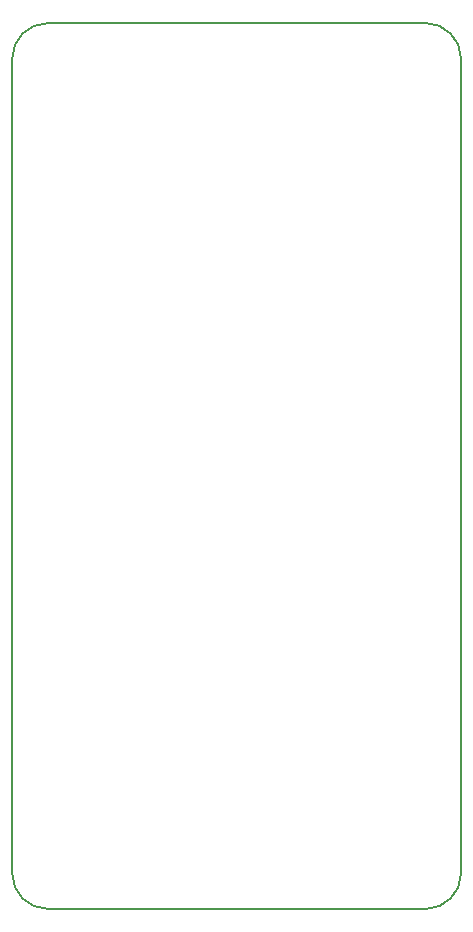
<source format=gbr>
G04 DipTrace 3.0.0.2*
G04 BoardOutline.gbr*
%MOIN*%
G04 #@! TF.FileFunction,Profile*
G04 #@! TF.Part,Single*
%ADD11C,0.005984*%
%FSLAX26Y26*%
G04*
G70*
G90*
G75*
G01*
G04 BoardOutline*
%LPD*%
X511811Y393701D2*
D11*
X1771654D1*
G03X1889764Y511811I2J118108D01*
G01*
Y3228346D1*
G03X1771654Y3346457I-118108J2D01*
G01*
X511811D1*
G03X393701Y3228346I-2J-118108D01*
G01*
Y511811D1*
G03X511811Y393701I118108J-2D01*
G01*
M02*

</source>
